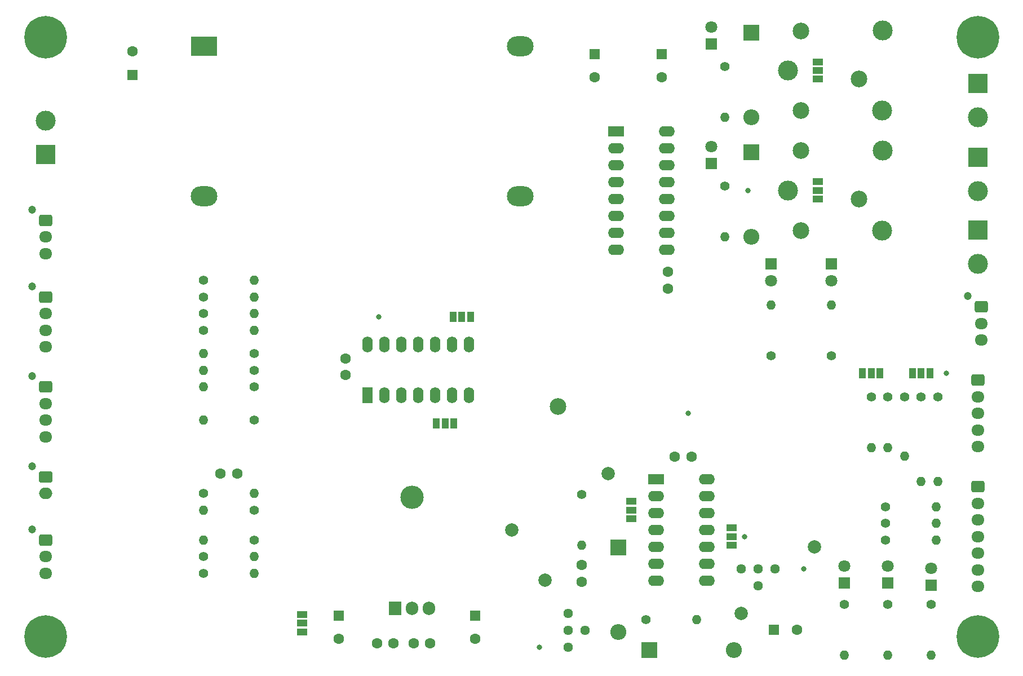
<source format=gbr>
%TF.GenerationSoftware,KiCad,Pcbnew,(6.0.1)*%
%TF.CreationDate,2023-02-05T15:58:29-08:00*%
%TF.ProjectId,Interface Board,496e7465-7266-4616-9365-20426f617264,rev?*%
%TF.SameCoordinates,Original*%
%TF.FileFunction,Soldermask,Bot*%
%TF.FilePolarity,Negative*%
%FSLAX46Y46*%
G04 Gerber Fmt 4.6, Leading zero omitted, Abs format (unit mm)*
G04 Created by KiCad (PCBNEW (6.0.1)) date 2023-02-05 15:58:29*
%MOMM*%
%LPD*%
G01*
G04 APERTURE LIST*
G04 Aperture macros list*
%AMRoundRect*
0 Rectangle with rounded corners*
0 $1 Rounding radius*
0 $2 $3 $4 $5 $6 $7 $8 $9 X,Y pos of 4 corners*
0 Add a 4 corners polygon primitive as box body*
4,1,4,$2,$3,$4,$5,$6,$7,$8,$9,$2,$3,0*
0 Add four circle primitives for the rounded corners*
1,1,$1+$1,$2,$3*
1,1,$1+$1,$4,$5*
1,1,$1+$1,$6,$7*
1,1,$1+$1,$8,$9*
0 Add four rect primitives between the rounded corners*
20,1,$1+$1,$2,$3,$4,$5,0*
20,1,$1+$1,$4,$5,$6,$7,0*
20,1,$1+$1,$6,$7,$8,$9,0*
20,1,$1+$1,$8,$9,$2,$3,0*%
G04 Aperture macros list end*
%ADD10C,1.440000*%
%ADD11C,1.400000*%
%ADD12O,1.400000X1.400000*%
%ADD13R,1.800000X1.800000*%
%ADD14C,1.800000*%
%ADD15RoundRect,0.250000X-0.725000X0.600000X-0.725000X-0.600000X0.725000X-0.600000X0.725000X0.600000X0*%
%ADD16O,1.950000X1.700000*%
%ADD17R,1.600000X1.600000*%
%ADD18C,1.600000*%
%ADD19R,3.000000X3.000000*%
%ADD20C,3.000000*%
%ADD21R,2.400000X2.400000*%
%ADD22O,2.400000X2.400000*%
%ADD23C,2.000000*%
%ADD24R,4.000000X3.000000*%
%ADD25O,4.000000X3.000000*%
%ADD26O,3.500000X3.500000*%
%ADD27R,1.905000X2.000000*%
%ADD28O,1.905000X2.000000*%
%ADD29C,2.500000*%
%ADD30R,2.400000X1.600000*%
%ADD31O,2.400000X1.600000*%
%ADD32C,1.200000*%
%ADD33C,0.800000*%
%ADD34C,6.400000*%
%ADD35R,1.600000X2.400000*%
%ADD36O,1.600000X2.400000*%
%ADD37RoundRect,0.250000X-0.750000X0.600000X-0.750000X-0.600000X0.750000X-0.600000X0.750000X0.600000X0*%
%ADD38O,2.000000X1.700000*%
%ADD39R,1.000000X1.500000*%
%ADD40R,1.500000X1.000000*%
G04 APERTURE END LIST*
D10*
%TO.C,RV1*%
X114550000Y15125000D03*
X112010000Y15125000D03*
X112010000Y12585000D03*
X109470000Y15125000D03*
%TD*%
%TO.C,RV2*%
X83500000Y8500000D03*
X83500000Y5960000D03*
X86040000Y5960000D03*
X83500000Y3420000D03*
%TD*%
D11*
%TO.C,R1*%
X107000000Y72620000D03*
D12*
X107000000Y65000000D03*
%TD*%
D11*
%TO.C,R26*%
X139000000Y41000000D03*
D12*
X139000000Y28300000D03*
%TD*%
D13*
%TO.C,D3*%
X105000000Y94000000D03*
D14*
X105000000Y96540000D03*
%TD*%
D15*
%TO.C,J12*%
X145000000Y43500000D03*
D16*
X145000000Y41000000D03*
X145000000Y38500000D03*
X145000000Y36000000D03*
X145000000Y33500000D03*
%TD*%
D11*
%TO.C,R9*%
X36310000Y24000000D03*
D12*
X28690000Y24000000D03*
%TD*%
D17*
%TO.C,C11*%
X114347349Y6000000D03*
D18*
X117847349Y6000000D03*
%TD*%
%TO.C,C2*%
X102000000Y32000000D03*
X99500000Y32000000D03*
%TD*%
D19*
%TO.C,J4*%
X145000000Y88040000D03*
D20*
X145000000Y82960000D03*
%TD*%
D21*
%TO.C,D9*%
X95650000Y3000000D03*
D22*
X108350000Y3000000D03*
%TD*%
D11*
%TO.C,R10*%
X28690000Y26500000D03*
D12*
X36310000Y26500000D03*
%TD*%
D11*
%TO.C,R5*%
X114000000Y47190000D03*
D12*
X114000000Y54810000D03*
%TD*%
D17*
%TO.C,C8*%
X18000000Y89347349D03*
D18*
X18000000Y92847349D03*
%TD*%
D23*
%TO.C,TP5*%
X75000000Y21000000D03*
%TD*%
D11*
%TO.C,R16*%
X129000000Y41000000D03*
D12*
X129000000Y33380000D03*
%TD*%
D24*
%TO.C,PS1*%
X28767500Y93632500D03*
D25*
X28767500Y71132500D03*
X76267500Y71132500D03*
X76267500Y93632500D03*
%TD*%
D11*
%TO.C,R19*%
X85500000Y26310000D03*
D12*
X85500000Y18690000D03*
%TD*%
D11*
%TO.C,R20*%
X95190000Y7500000D03*
D12*
X102810000Y7500000D03*
%TD*%
D11*
%TO.C,R8*%
X123000000Y47190000D03*
D12*
X123000000Y54810000D03*
%TD*%
D13*
%TO.C,D7*%
X138000000Y12725000D03*
D14*
X138000000Y15265000D03*
%TD*%
D11*
%TO.C,R11*%
X138000000Y9810000D03*
D12*
X138000000Y2190000D03*
%TD*%
D11*
%TO.C,R15*%
X131500000Y9810000D03*
D12*
X131500000Y2190000D03*
%TD*%
D11*
%TO.C,R25*%
X136500000Y41000000D03*
D12*
X136500000Y28300000D03*
%TD*%
D23*
%TO.C,TP4*%
X109500000Y8500000D03*
%TD*%
D26*
%TO.C,U3*%
X60000000Y25930000D03*
D27*
X57460000Y9270000D03*
D28*
X60000000Y9270000D03*
X62540000Y9270000D03*
%TD*%
D20*
%TO.C,K2*%
X116500000Y90000000D03*
D29*
X118450000Y83950000D03*
D20*
X130650000Y83950000D03*
X130700000Y96000000D03*
D29*
X118450000Y95950000D03*
%TD*%
D11*
%TO.C,R13*%
X28690000Y17000000D03*
D12*
X36310000Y17000000D03*
%TD*%
D30*
%TO.C,U1*%
X90700000Y80900000D03*
D31*
X90700000Y78360000D03*
X90700000Y75820000D03*
X90700000Y73280000D03*
X90700000Y70740000D03*
X90700000Y68200000D03*
X90700000Y65660000D03*
X90700000Y63120000D03*
X98320000Y63120000D03*
X98320000Y65660000D03*
X98320000Y68200000D03*
X98320000Y70740000D03*
X98320000Y73280000D03*
X98320000Y75820000D03*
X98320000Y78360000D03*
X98320000Y80900000D03*
%TD*%
D21*
%TO.C,D4*%
X111000000Y95700000D03*
D22*
X111000000Y83000000D03*
%TD*%
D11*
%TO.C,R12*%
X36310000Y19500000D03*
D12*
X28690000Y19500000D03*
%TD*%
D21*
%TO.C,D11*%
X91000000Y18350000D03*
D22*
X91000000Y5650000D03*
%TD*%
D32*
%TO.C,J3*%
X3000000Y69100000D03*
D15*
X5000000Y67500000D03*
D16*
X5000000Y65000000D03*
X5000000Y62500000D03*
%TD*%
D18*
%TO.C,C3*%
X33750000Y29500000D03*
X31250000Y29500000D03*
%TD*%
D17*
%TO.C,C6*%
X69500000Y8152651D03*
D18*
X69500000Y4652651D03*
%TD*%
D11*
%TO.C,R23*%
X131190000Y22000000D03*
D12*
X138810000Y22000000D03*
%TD*%
D13*
%TO.C,D5*%
X114000000Y61000000D03*
D14*
X114000000Y58460000D03*
%TD*%
D23*
%TO.C,TP3*%
X80000000Y13500000D03*
%TD*%
D11*
%TO.C,R29*%
X28690000Y58500000D03*
D12*
X36310000Y58500000D03*
%TD*%
D20*
%TO.C,K1*%
X116500000Y72000000D03*
D29*
X118450000Y65950000D03*
D20*
X130650000Y65950000D03*
X130700000Y78000000D03*
D29*
X118450000Y77950000D03*
%TD*%
D19*
%TO.C,J2*%
X145000000Y77000000D03*
D20*
X145000000Y71920000D03*
%TD*%
D33*
%TO.C,H5*%
X6697056Y93302944D03*
X6697056Y96697056D03*
X7400000Y95000000D03*
D34*
X5000000Y95000000D03*
D33*
X5000000Y97400000D03*
X2600000Y95000000D03*
X3302944Y96697056D03*
X5000000Y92600000D03*
X3302944Y93302944D03*
%TD*%
D32*
%TO.C,J7*%
X3000000Y57600000D03*
D15*
X5000000Y56000000D03*
D16*
X5000000Y53500000D03*
X5000000Y51000000D03*
X5000000Y48500000D03*
%TD*%
D13*
%TO.C,D6*%
X123000000Y61000000D03*
D14*
X123000000Y58460000D03*
%TD*%
D11*
%TO.C,R28*%
X28690000Y53500000D03*
D12*
X36310000Y53500000D03*
%TD*%
D11*
%TO.C,R14*%
X28690000Y14500000D03*
D12*
X36310000Y14500000D03*
%TD*%
D33*
%TO.C,H2*%
X143302944Y96697056D03*
X145000000Y92600000D03*
X143302944Y93302944D03*
X147400000Y95000000D03*
X146697056Y93302944D03*
X145000000Y97400000D03*
D34*
X145000000Y95000000D03*
D33*
X146697056Y96697056D03*
X142600000Y95000000D03*
%TD*%
D35*
%TO.C,U2*%
X53375000Y41200000D03*
D36*
X55915000Y41200000D03*
X58455000Y41200000D03*
X60995000Y41200000D03*
X63535000Y41200000D03*
X66075000Y41200000D03*
X68615000Y41200000D03*
X68615000Y48820000D03*
X66075000Y48820000D03*
X63535000Y48820000D03*
X60995000Y48820000D03*
X58455000Y48820000D03*
X55915000Y48820000D03*
X53375000Y48820000D03*
%TD*%
D18*
%TO.C,C1*%
X98500000Y59750000D03*
X98500000Y57250000D03*
%TD*%
D23*
%TO.C,TP1*%
X120500000Y18500000D03*
%TD*%
D32*
%TO.C,J5*%
X3000000Y44100000D03*
D15*
X5000000Y42500000D03*
D16*
X5000000Y40000000D03*
X5000000Y37500000D03*
X5000000Y35000000D03*
%TD*%
D11*
%TO.C,R3*%
X36310000Y42500000D03*
D12*
X28690000Y42500000D03*
%TD*%
D11*
%TO.C,R24*%
X131190000Y19500000D03*
D12*
X138810000Y19500000D03*
%TD*%
D11*
%TO.C,R22*%
X131190000Y24500000D03*
D12*
X138810000Y24500000D03*
%TD*%
D11*
%TO.C,R21*%
X125000000Y9810000D03*
D12*
X125000000Y2190000D03*
%TD*%
D18*
%TO.C,C5*%
X54750000Y4000000D03*
X57250000Y4000000D03*
%TD*%
D11*
%TO.C,R2*%
X36310000Y37500000D03*
D12*
X28690000Y37500000D03*
%TD*%
D19*
%TO.C,J10*%
X145000000Y66040000D03*
D20*
X145000000Y60960000D03*
%TD*%
D17*
%TO.C,C13*%
X87500000Y92500000D03*
D18*
X87500000Y89000000D03*
%TD*%
D15*
%TO.C,J11*%
X145000000Y27500000D03*
D16*
X145000000Y25000000D03*
X145000000Y22500000D03*
X145000000Y20000000D03*
X145000000Y17500000D03*
X145000000Y15000000D03*
X145000000Y12500000D03*
%TD*%
D32*
%TO.C,J6*%
X143525000Y56100000D03*
D15*
X145525000Y54500000D03*
D16*
X145525000Y52000000D03*
X145525000Y49500000D03*
%TD*%
D30*
%TO.C,U4*%
X96700000Y28625000D03*
D31*
X96700000Y26085000D03*
X96700000Y23545000D03*
X96700000Y21005000D03*
X96700000Y18465000D03*
X96700000Y15925000D03*
X96700000Y13385000D03*
X104320000Y13385000D03*
X104320000Y15925000D03*
X104320000Y18465000D03*
X104320000Y21005000D03*
X104320000Y23545000D03*
X104320000Y26085000D03*
X104320000Y28625000D03*
%TD*%
D11*
%TO.C,R4*%
X107000000Y90620000D03*
D12*
X107000000Y83000000D03*
%TD*%
D17*
%TO.C,C4*%
X49000000Y8152651D03*
D18*
X49000000Y4652651D03*
%TD*%
%TO.C,C12*%
X50000000Y46750000D03*
X50000000Y44250000D03*
%TD*%
D11*
%TO.C,R30*%
X28690000Y51000000D03*
D12*
X36310000Y51000000D03*
%TD*%
D11*
%TO.C,R18*%
X134000000Y41000000D03*
D12*
X134000000Y32110000D03*
%TD*%
D23*
%TO.C,TP2*%
X89500000Y29500000D03*
%TD*%
D11*
%TO.C,R7*%
X36310000Y47500000D03*
D12*
X28690000Y47500000D03*
%TD*%
D13*
%TO.C,D8*%
X131500000Y13000000D03*
D14*
X131500000Y15540000D03*
%TD*%
D17*
%TO.C,C9*%
X97500000Y92500000D03*
D18*
X97500000Y89000000D03*
%TD*%
D11*
%TO.C,R6*%
X36310000Y45000000D03*
D12*
X28690000Y45000000D03*
%TD*%
D19*
%TO.C,J1*%
X5000000Y77420000D03*
D20*
X5000000Y82500000D03*
%TD*%
D33*
%TO.C,H6*%
X5000000Y2600000D03*
X2600000Y5000000D03*
X5000000Y7400000D03*
X6697056Y3302944D03*
X3302944Y6697056D03*
X6697056Y6697056D03*
X7400000Y5000000D03*
X3302944Y3302944D03*
D34*
X5000000Y5000000D03*
%TD*%
D13*
%TO.C,D1*%
X105000000Y76000000D03*
D14*
X105000000Y78540000D03*
%TD*%
D32*
%TO.C,J9*%
X3000000Y21100000D03*
D15*
X5000000Y19500000D03*
D16*
X5000000Y17000000D03*
X5000000Y14500000D03*
%TD*%
D32*
%TO.C,J8*%
X3000000Y30600000D03*
D37*
X5000000Y29000000D03*
D38*
X5000000Y26500000D03*
%TD*%
D11*
%TO.C,R27*%
X28690000Y56000000D03*
D12*
X36310000Y56000000D03*
%TD*%
D18*
%TO.C,C7*%
X62750000Y4000000D03*
X60250000Y4000000D03*
%TD*%
D33*
%TO.C,H1*%
X146697056Y3302944D03*
X147400000Y5000000D03*
X143302944Y3302944D03*
X142600000Y5000000D03*
X145000000Y2600000D03*
X146697056Y6697056D03*
X145000000Y7400000D03*
X143302944Y6697056D03*
D34*
X145000000Y5000000D03*
%TD*%
D21*
%TO.C,D2*%
X111000000Y77700000D03*
D22*
X111000000Y65000000D03*
%TD*%
D13*
%TO.C,D10*%
X125000000Y13000000D03*
D14*
X125000000Y15540000D03*
%TD*%
D11*
%TO.C,R17*%
X131500000Y41000000D03*
D12*
X131500000Y33380000D03*
%TD*%
D18*
%TO.C,C10*%
X85500000Y15750000D03*
X85500000Y13250000D03*
%TD*%
D39*
%TO.C,JP3*%
X66200000Y53000000D03*
X67500000Y53000000D03*
X68800000Y53000000D03*
%TD*%
D40*
%TO.C,JP1*%
X121000000Y73300000D03*
X121000000Y72000000D03*
X121000000Y70700000D03*
%TD*%
%TO.C,JP2*%
X121000000Y91300000D03*
X121000000Y90000000D03*
X121000000Y88700000D03*
%TD*%
%TO.C,JP7*%
X93000000Y25300000D03*
X93000000Y24000000D03*
X93000000Y22700000D03*
%TD*%
D39*
%TO.C,JP5*%
X127700000Y44500000D03*
X129000000Y44500000D03*
X130300000Y44500000D03*
%TD*%
%TO.C,JP4*%
X63700000Y37000000D03*
X65000000Y37000000D03*
X66300000Y37000000D03*
%TD*%
D40*
%TO.C,JP9*%
X43500000Y5700000D03*
X43500000Y7000000D03*
X43500000Y8300000D03*
%TD*%
%TO.C,JP6*%
X108000000Y21300000D03*
X108000000Y20000000D03*
X108000000Y18700000D03*
%TD*%
D39*
%TO.C,JP8*%
X137800000Y44500000D03*
X136500000Y44500000D03*
X135200000Y44500000D03*
%TD*%
D29*
X82000000Y39500000D03*
D33*
X110500000Y72000000D03*
X79175000Y3420000D03*
X140300000Y44500000D03*
X118875000Y15125000D03*
D29*
X127200000Y88700000D03*
X127200000Y70700000D03*
D33*
X110000000Y20000000D03*
X55000000Y53000000D03*
X101500000Y38500000D03*
M02*

</source>
